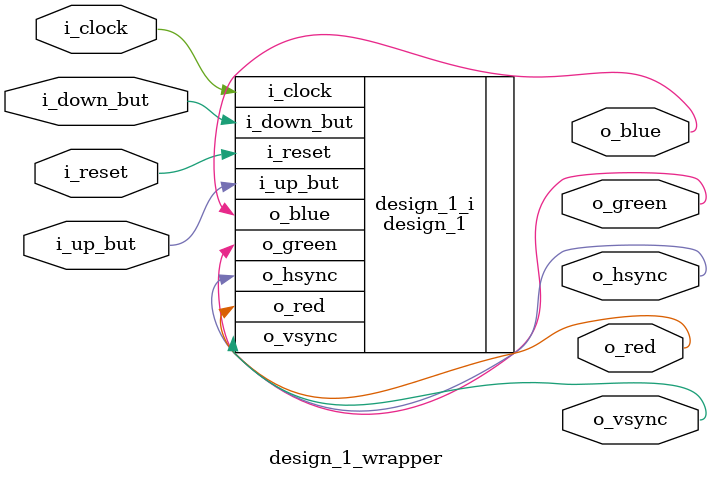
<source format=v>
`timescale 1 ps / 1 ps

module design_1_wrapper
   (i_clock,
    i_down_but,
    i_reset,
    i_up_but,
    o_blue,
    o_green,
    o_hsync,
    o_red,
    o_vsync);
  input i_clock;
  input i_down_but;
  input i_reset;
  input i_up_but;
  output o_blue;
  output o_green;
  output o_hsync;
  output o_red;
  output o_vsync;

  wire i_clock;
  wire i_down_but;
  wire i_reset;
  wire i_up_but;
  wire o_blue;
  wire o_green;
  wire o_hsync;
  wire o_red;
  wire o_vsync;

  design_1 design_1_i
       (.i_clock(i_clock),
        .i_down_but(i_down_but),
        .i_reset(i_reset),
        .i_up_but(i_up_but),
        .o_blue(o_blue),
        .o_green(o_green),
        .o_hsync(o_hsync),
        .o_red(o_red),
        .o_vsync(o_vsync));
endmodule

</source>
